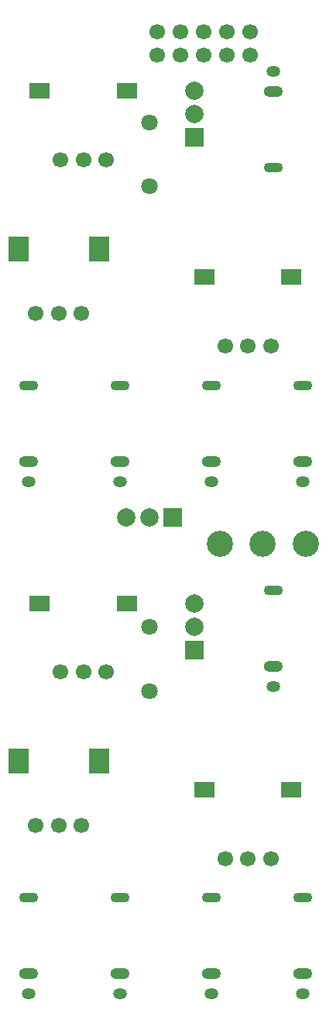
<source format=gbr>
G04 #@! TF.GenerationSoftware,KiCad,Pcbnew,(5.1.10)-1*
G04 #@! TF.CreationDate,2021-12-11T11:34:55-08:00*
G04 #@! TF.ProjectId,paradox,70617261-646f-4782-9e6b-696361645f70,rev?*
G04 #@! TF.SameCoordinates,Original*
G04 #@! TF.FileFunction,Soldermask,Bot*
G04 #@! TF.FilePolarity,Negative*
%FSLAX46Y46*%
G04 Gerber Fmt 4.6, Leading zero omitted, Abs format (unit mm)*
G04 Created by KiCad (PCBNEW (5.1.10)-1) date 2021-12-11 11:34:55*
%MOMM*%
%LPD*%
G01*
G04 APERTURE LIST*
%ADD10C,1.800000*%
%ADD11R,2.000000X2.000000*%
%ADD12C,2.000000*%
%ADD13R,2.300000X2.700000*%
%ADD14C,1.700000*%
%ADD15O,1.500000X1.200000*%
%ADD16O,2.100000X1.200000*%
%ADD17O,2.100000X1.100000*%
%ADD18C,2.850000*%
%ADD19R,2.300000X1.700000*%
G04 APERTURE END LIST*
D10*
G04 #@! TO.C,R20*
X-20764500Y40965000D03*
X-20764500Y33965000D03*
G04 #@! TD*
G04 #@! TO.C,R19*
X-20764500Y96019500D03*
X-20764500Y89019500D03*
G04 #@! TD*
D11*
G04 #@! TO.C,RV9*
X-18254001Y52865000D03*
D12*
X-20794001Y52865000D03*
X-23334001Y52865000D03*
G04 #@! TD*
G04 #@! TO.C,RV8*
X-15890000Y43535000D03*
X-15890000Y40995000D03*
D11*
X-15890000Y38455000D03*
G04 #@! TD*
D12*
G04 #@! TO.C,RV7*
X-15890000Y99454000D03*
X-15890000Y96914000D03*
D11*
X-15890000Y94374000D03*
G04 #@! TD*
D13*
G04 #@! TO.C,RV2*
X-35105000Y82199000D03*
X-26305000Y82199000D03*
D14*
X-33205000Y75199000D03*
X-30705000Y75199000D03*
X-28205000Y75199000D03*
G04 #@! TD*
D13*
G04 #@! TO.C,RV5*
X-35105000Y26280000D03*
X-26305000Y26280000D03*
D14*
X-33205000Y19280000D03*
X-30705000Y19280000D03*
X-28205000Y19280000D03*
G04 #@! TD*
G04 #@! TO.C,J6*
X-19880000Y103378000D03*
X-19880000Y105918000D03*
X-17340000Y103378000D03*
X-17340000Y105918000D03*
X-14800000Y103378000D03*
X-14800000Y105918000D03*
X-12260000Y103378000D03*
X-12260000Y105918000D03*
X-9720000Y103378000D03*
X-9720000Y105918000D03*
G04 #@! TD*
D15*
G04 #@! TO.C,J8*
X-34000000Y879501D03*
D16*
X-34000000Y3120001D03*
D17*
X-34000000Y11420001D03*
G04 #@! TD*
D15*
G04 #@! TO.C,J5*
X-4000000Y879500D03*
D16*
X-4000000Y3120000D03*
D17*
X-4000000Y11420000D03*
G04 #@! TD*
D15*
G04 #@! TO.C,J4*
X-7214000Y34443500D03*
D16*
X-7214000Y36684000D03*
D17*
X-7214000Y44984000D03*
G04 #@! TD*
D15*
G04 #@! TO.C,J3*
X-14000000Y56798500D03*
D16*
X-14000000Y59039000D03*
D17*
X-14000000Y67339000D03*
G04 #@! TD*
D15*
G04 #@! TO.C,J2*
X-4000000Y56798500D03*
D16*
X-4000000Y59039000D03*
D17*
X-4000000Y67339000D03*
G04 #@! TD*
D15*
G04 #@! TO.C,J1*
X-7214000Y101603500D03*
D16*
X-7214000Y99363000D03*
D17*
X-7214000Y91063000D03*
G04 #@! TD*
D15*
G04 #@! TO.C,J11*
X-34000000Y56798500D03*
D16*
X-34000000Y59039000D03*
D17*
X-34000000Y67339000D03*
G04 #@! TD*
D15*
G04 #@! TO.C,J10*
X-14000000Y879500D03*
D16*
X-14000000Y3120000D03*
D17*
X-14000000Y11420000D03*
G04 #@! TD*
D15*
G04 #@! TO.C,J9*
X-24000000Y879500D03*
D16*
X-24000000Y3120000D03*
D17*
X-24000000Y11420000D03*
G04 #@! TD*
D15*
G04 #@! TO.C,J7*
X-24000000Y56798500D03*
D16*
X-24000000Y59039000D03*
D17*
X-24000000Y67339000D03*
G04 #@! TD*
D18*
G04 #@! TO.C,SW1*
X-3699000Y50019000D03*
X-8399000Y50019000D03*
X-13099000Y50019000D03*
G04 #@! TD*
D19*
G04 #@! TO.C,RV6*
X-14750000Y23191000D03*
X-5250000Y23191000D03*
D14*
X-12500000Y15691000D03*
X-10000000Y15691000D03*
X-7500000Y15691000D03*
G04 #@! TD*
D19*
G04 #@! TO.C,RV4*
X-32750000Y43528000D03*
X-23250000Y43528000D03*
D14*
X-30500000Y36028000D03*
X-28000000Y36028000D03*
X-25500000Y36028000D03*
G04 #@! TD*
D19*
G04 #@! TO.C,RV3*
X-14750000Y79109000D03*
X-5250000Y79109000D03*
D14*
X-12500000Y71609000D03*
X-10000000Y71609000D03*
X-7500000Y71609000D03*
G04 #@! TD*
D19*
G04 #@! TO.C,RV1*
X-32750000Y99447000D03*
X-23250000Y99447000D03*
D14*
X-30500000Y91947000D03*
X-28000000Y91947000D03*
X-25500000Y91947000D03*
G04 #@! TD*
M02*

</source>
